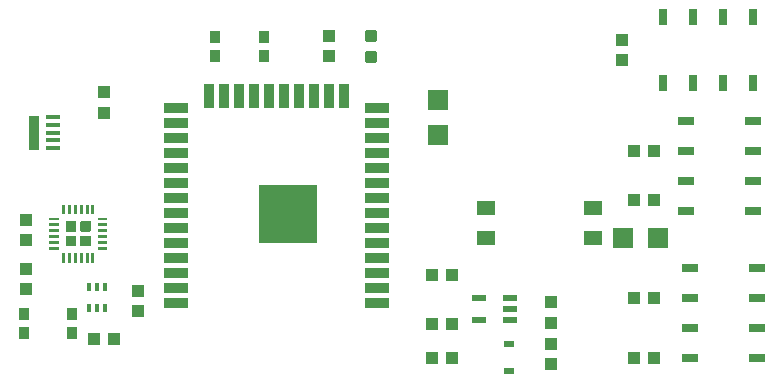
<source format=gbr>
G04 EAGLE Gerber RS-274X export*
G75*
%MOMM*%
%FSLAX34Y34*%
%LPD*%
%INSolderpaste Top*%
%IPPOS*%
%AMOC8*
5,1,8,0,0,1.08239X$1,22.5*%
G01*
%ADD10R,1.100000X1.000000*%
%ADD11R,1.000000X1.100000*%
%ADD12R,0.830000X0.630000*%
%ADD13C,0.300000*%
%ADD14R,2.000000X0.900000*%
%ADD15R,0.900000X2.000000*%
%ADD16R,5.000000X5.000000*%
%ADD17R,1.150000X0.400000*%
%ADD18R,0.900000X3.000000*%
%ADD19R,0.300000X0.660000*%
%ADD20R,1.800000X1.800000*%
%ADD21R,0.900000X1.000000*%
%ADD22R,1.500000X1.300000*%
%ADD23R,1.200000X0.550000*%
%ADD24R,1.350000X0.650000*%
%ADD25R,0.650000X1.350000*%

G36*
X76740Y138602D02*
X76740Y138602D01*
X76806Y138604D01*
X76849Y138622D01*
X76896Y138630D01*
X76953Y138664D01*
X77013Y138689D01*
X77048Y138720D01*
X77089Y138745D01*
X77131Y138796D01*
X77179Y138840D01*
X77201Y138882D01*
X77230Y138919D01*
X77251Y138981D01*
X77282Y139040D01*
X77290Y139094D01*
X77302Y139131D01*
X77301Y139171D01*
X77309Y139225D01*
X77309Y146725D01*
X77298Y146790D01*
X77296Y146856D01*
X77278Y146899D01*
X77270Y146946D01*
X77236Y147003D01*
X77211Y147063D01*
X77180Y147098D01*
X77155Y147139D01*
X77104Y147181D01*
X77060Y147229D01*
X77018Y147251D01*
X76981Y147280D01*
X76919Y147301D01*
X76860Y147332D01*
X76806Y147340D01*
X76769Y147352D01*
X76729Y147351D01*
X76675Y147359D01*
X69175Y147359D01*
X69110Y147348D01*
X69044Y147346D01*
X69001Y147328D01*
X68954Y147320D01*
X68897Y147286D01*
X68837Y147261D01*
X68802Y147230D01*
X68761Y147205D01*
X68720Y147154D01*
X68671Y147110D01*
X68649Y147068D01*
X68620Y147031D01*
X68599Y146969D01*
X68568Y146910D01*
X68560Y146856D01*
X68548Y146819D01*
X68549Y146779D01*
X68541Y146725D01*
X68541Y139225D01*
X68552Y139160D01*
X68554Y139094D01*
X68572Y139051D01*
X68580Y139004D01*
X68614Y138947D01*
X68639Y138887D01*
X68670Y138852D01*
X68695Y138811D01*
X68746Y138770D01*
X68790Y138721D01*
X68832Y138699D01*
X68869Y138670D01*
X68931Y138649D01*
X68990Y138618D01*
X69044Y138610D01*
X69081Y138598D01*
X69121Y138599D01*
X69175Y138591D01*
X76675Y138591D01*
X76740Y138602D01*
G37*
G36*
X64240Y138602D02*
X64240Y138602D01*
X64306Y138604D01*
X64349Y138622D01*
X64396Y138630D01*
X64453Y138664D01*
X64513Y138689D01*
X64548Y138720D01*
X64589Y138745D01*
X64631Y138796D01*
X64679Y138840D01*
X64701Y138882D01*
X64730Y138919D01*
X64751Y138981D01*
X64782Y139040D01*
X64790Y139094D01*
X64802Y139131D01*
X64801Y139171D01*
X64809Y139225D01*
X64809Y146725D01*
X64798Y146790D01*
X64796Y146856D01*
X64778Y146899D01*
X64770Y146946D01*
X64736Y147003D01*
X64711Y147063D01*
X64680Y147098D01*
X64655Y147139D01*
X64604Y147181D01*
X64560Y147229D01*
X64518Y147251D01*
X64481Y147280D01*
X64419Y147301D01*
X64360Y147332D01*
X64306Y147340D01*
X64269Y147352D01*
X64229Y147351D01*
X64175Y147359D01*
X56675Y147359D01*
X56610Y147348D01*
X56544Y147346D01*
X56501Y147328D01*
X56454Y147320D01*
X56397Y147286D01*
X56337Y147261D01*
X56302Y147230D01*
X56261Y147205D01*
X56220Y147154D01*
X56171Y147110D01*
X56149Y147068D01*
X56120Y147031D01*
X56099Y146969D01*
X56068Y146910D01*
X56060Y146856D01*
X56048Y146819D01*
X56049Y146779D01*
X56041Y146725D01*
X56041Y139225D01*
X56052Y139160D01*
X56054Y139094D01*
X56072Y139051D01*
X56080Y139004D01*
X56114Y138947D01*
X56139Y138887D01*
X56170Y138852D01*
X56195Y138811D01*
X56246Y138770D01*
X56290Y138721D01*
X56332Y138699D01*
X56369Y138670D01*
X56431Y138649D01*
X56490Y138618D01*
X56544Y138610D01*
X56581Y138598D01*
X56621Y138599D01*
X56675Y138591D01*
X64175Y138591D01*
X64240Y138602D01*
G37*
G36*
X64240Y151102D02*
X64240Y151102D01*
X64306Y151104D01*
X64349Y151122D01*
X64396Y151130D01*
X64453Y151164D01*
X64513Y151189D01*
X64548Y151220D01*
X64589Y151245D01*
X64631Y151296D01*
X64679Y151340D01*
X64701Y151382D01*
X64730Y151419D01*
X64751Y151481D01*
X64782Y151540D01*
X64790Y151594D01*
X64802Y151631D01*
X64801Y151671D01*
X64809Y151725D01*
X64809Y159225D01*
X64798Y159290D01*
X64796Y159356D01*
X64778Y159399D01*
X64770Y159446D01*
X64736Y159503D01*
X64711Y159563D01*
X64680Y159598D01*
X64655Y159639D01*
X64604Y159681D01*
X64560Y159729D01*
X64518Y159751D01*
X64481Y159780D01*
X64419Y159801D01*
X64360Y159832D01*
X64306Y159840D01*
X64269Y159852D01*
X64229Y159851D01*
X64175Y159859D01*
X56675Y159859D01*
X56610Y159848D01*
X56544Y159846D01*
X56501Y159828D01*
X56454Y159820D01*
X56397Y159786D01*
X56337Y159761D01*
X56302Y159730D01*
X56261Y159705D01*
X56220Y159654D01*
X56171Y159610D01*
X56149Y159568D01*
X56120Y159531D01*
X56099Y159469D01*
X56068Y159410D01*
X56060Y159356D01*
X56048Y159319D01*
X56049Y159279D01*
X56041Y159225D01*
X56041Y151725D01*
X56052Y151660D01*
X56054Y151594D01*
X56072Y151551D01*
X56080Y151504D01*
X56114Y151447D01*
X56139Y151387D01*
X56170Y151352D01*
X56195Y151311D01*
X56246Y151270D01*
X56290Y151221D01*
X56332Y151199D01*
X56369Y151170D01*
X56431Y151149D01*
X56490Y151118D01*
X56544Y151110D01*
X56581Y151098D01*
X56621Y151099D01*
X56675Y151091D01*
X64175Y151091D01*
X64240Y151102D01*
G37*
G36*
X76740Y151102D02*
X76740Y151102D01*
X76806Y151104D01*
X76849Y151122D01*
X76896Y151130D01*
X76953Y151164D01*
X77013Y151189D01*
X77048Y151220D01*
X77089Y151245D01*
X77131Y151296D01*
X77179Y151340D01*
X77201Y151382D01*
X77230Y151419D01*
X77251Y151481D01*
X77282Y151540D01*
X77290Y151594D01*
X77302Y151631D01*
X77301Y151671D01*
X77309Y151725D01*
X77309Y159225D01*
X77298Y159290D01*
X77296Y159356D01*
X77278Y159399D01*
X77270Y159446D01*
X77236Y159503D01*
X77211Y159563D01*
X77180Y159598D01*
X77155Y159639D01*
X77104Y159681D01*
X77060Y159729D01*
X77018Y159751D01*
X76981Y159780D01*
X76919Y159801D01*
X76860Y159832D01*
X76806Y159840D01*
X76769Y159852D01*
X76729Y159851D01*
X76675Y159859D01*
X69175Y159859D01*
X69110Y159848D01*
X69044Y159846D01*
X69001Y159828D01*
X68954Y159820D01*
X68897Y159786D01*
X68837Y159761D01*
X68802Y159730D01*
X68761Y159705D01*
X68720Y159654D01*
X68671Y159610D01*
X68649Y159568D01*
X68620Y159531D01*
X68599Y159469D01*
X68568Y159410D01*
X68560Y159356D01*
X68548Y159319D01*
X68549Y159279D01*
X68541Y159225D01*
X68541Y151725D01*
X68552Y151660D01*
X68554Y151594D01*
X68572Y151551D01*
X68580Y151504D01*
X68614Y151447D01*
X68639Y151387D01*
X68670Y151352D01*
X68695Y151311D01*
X68746Y151270D01*
X68790Y151221D01*
X68832Y151199D01*
X68869Y151170D01*
X68931Y151149D01*
X68990Y151118D01*
X69044Y151110D01*
X69081Y151098D01*
X69121Y151099D01*
X69175Y151091D01*
X76675Y151091D01*
X76740Y151102D01*
G37*
G36*
X55422Y165812D02*
X55422Y165812D01*
X55417Y165819D01*
X55424Y165825D01*
X55424Y173625D01*
X55388Y173672D01*
X55381Y173667D01*
X55375Y173674D01*
X52975Y173674D01*
X52928Y173638D01*
X52933Y173631D01*
X52926Y173625D01*
X52926Y165825D01*
X52962Y165778D01*
X52969Y165783D01*
X52975Y165776D01*
X55375Y165776D01*
X55422Y165812D01*
G37*
G36*
X65422Y165812D02*
X65422Y165812D01*
X65417Y165819D01*
X65424Y165825D01*
X65424Y173625D01*
X65388Y173672D01*
X65381Y173667D01*
X65375Y173674D01*
X62975Y173674D01*
X62928Y173638D01*
X62933Y173631D01*
X62926Y173625D01*
X62926Y165825D01*
X62962Y165778D01*
X62969Y165783D01*
X62975Y165776D01*
X65375Y165776D01*
X65422Y165812D01*
G37*
G36*
X91122Y160512D02*
X91122Y160512D01*
X91117Y160519D01*
X91124Y160525D01*
X91124Y162925D01*
X91088Y162972D01*
X91081Y162967D01*
X91075Y162974D01*
X83275Y162974D01*
X83228Y162938D01*
X83233Y162931D01*
X83226Y162925D01*
X83226Y160525D01*
X83262Y160478D01*
X83269Y160483D01*
X83275Y160476D01*
X91075Y160476D01*
X91122Y160512D01*
G37*
G36*
X50122Y160512D02*
X50122Y160512D01*
X50117Y160519D01*
X50124Y160525D01*
X50124Y162925D01*
X50088Y162972D01*
X50081Y162967D01*
X50075Y162974D01*
X42275Y162974D01*
X42228Y162938D01*
X42233Y162931D01*
X42226Y162925D01*
X42226Y160525D01*
X42262Y160478D01*
X42269Y160483D01*
X42275Y160476D01*
X50075Y160476D01*
X50122Y160512D01*
G37*
G36*
X80422Y165812D02*
X80422Y165812D01*
X80417Y165819D01*
X80424Y165825D01*
X80424Y173625D01*
X80388Y173672D01*
X80381Y173667D01*
X80375Y173674D01*
X77975Y173674D01*
X77928Y173638D01*
X77933Y173631D01*
X77926Y173625D01*
X77926Y165825D01*
X77962Y165778D01*
X77969Y165783D01*
X77975Y165776D01*
X80375Y165776D01*
X80422Y165812D01*
G37*
G36*
X70422Y165812D02*
X70422Y165812D01*
X70417Y165819D01*
X70424Y165825D01*
X70424Y173625D01*
X70388Y173672D01*
X70381Y173667D01*
X70375Y173674D01*
X67975Y173674D01*
X67928Y173638D01*
X67933Y173631D01*
X67926Y173625D01*
X67926Y165825D01*
X67962Y165778D01*
X67969Y165783D01*
X67975Y165776D01*
X70375Y165776D01*
X70422Y165812D01*
G37*
G36*
X91122Y155512D02*
X91122Y155512D01*
X91117Y155519D01*
X91124Y155525D01*
X91124Y157925D01*
X91088Y157972D01*
X91081Y157967D01*
X91075Y157974D01*
X83275Y157974D01*
X83228Y157938D01*
X83233Y157931D01*
X83226Y157925D01*
X83226Y155525D01*
X83262Y155478D01*
X83269Y155483D01*
X83275Y155476D01*
X91075Y155476D01*
X91122Y155512D01*
G37*
G36*
X50122Y155512D02*
X50122Y155512D01*
X50117Y155519D01*
X50124Y155525D01*
X50124Y157925D01*
X50088Y157972D01*
X50081Y157967D01*
X50075Y157974D01*
X42275Y157974D01*
X42228Y157938D01*
X42233Y157931D01*
X42226Y157925D01*
X42226Y155525D01*
X42262Y155478D01*
X42269Y155483D01*
X42275Y155476D01*
X50075Y155476D01*
X50122Y155512D01*
G37*
G36*
X91122Y150512D02*
X91122Y150512D01*
X91117Y150519D01*
X91124Y150525D01*
X91124Y152925D01*
X91088Y152972D01*
X91081Y152967D01*
X91075Y152974D01*
X83275Y152974D01*
X83228Y152938D01*
X83233Y152931D01*
X83226Y152925D01*
X83226Y150525D01*
X83262Y150478D01*
X83269Y150483D01*
X83275Y150476D01*
X91075Y150476D01*
X91122Y150512D01*
G37*
G36*
X50122Y150512D02*
X50122Y150512D01*
X50117Y150519D01*
X50124Y150525D01*
X50124Y152925D01*
X50088Y152972D01*
X50081Y152967D01*
X50075Y152974D01*
X42275Y152974D01*
X42228Y152938D01*
X42233Y152931D01*
X42226Y152925D01*
X42226Y150525D01*
X42262Y150478D01*
X42269Y150483D01*
X42275Y150476D01*
X50075Y150476D01*
X50122Y150512D01*
G37*
G36*
X91122Y145512D02*
X91122Y145512D01*
X91117Y145519D01*
X91124Y145525D01*
X91124Y147925D01*
X91088Y147972D01*
X91081Y147967D01*
X91075Y147974D01*
X83275Y147974D01*
X83228Y147938D01*
X83233Y147931D01*
X83226Y147925D01*
X83226Y145525D01*
X83262Y145478D01*
X83269Y145483D01*
X83275Y145476D01*
X91075Y145476D01*
X91122Y145512D01*
G37*
G36*
X50122Y145512D02*
X50122Y145512D01*
X50117Y145519D01*
X50124Y145525D01*
X50124Y147925D01*
X50088Y147972D01*
X50081Y147967D01*
X50075Y147974D01*
X42275Y147974D01*
X42228Y147938D01*
X42233Y147931D01*
X42226Y147925D01*
X42226Y145525D01*
X42262Y145478D01*
X42269Y145483D01*
X42275Y145476D01*
X50075Y145476D01*
X50122Y145512D01*
G37*
G36*
X75422Y165812D02*
X75422Y165812D01*
X75417Y165819D01*
X75424Y165825D01*
X75424Y173625D01*
X75388Y173672D01*
X75381Y173667D01*
X75375Y173674D01*
X72975Y173674D01*
X72928Y173638D01*
X72933Y173631D01*
X72926Y173625D01*
X72926Y165825D01*
X72962Y165778D01*
X72969Y165783D01*
X72975Y165776D01*
X75375Y165776D01*
X75422Y165812D01*
G37*
G36*
X60422Y165812D02*
X60422Y165812D01*
X60417Y165819D01*
X60424Y165825D01*
X60424Y173625D01*
X60388Y173672D01*
X60381Y173667D01*
X60375Y173674D01*
X57975Y173674D01*
X57928Y173638D01*
X57933Y173631D01*
X57926Y173625D01*
X57926Y165825D01*
X57962Y165778D01*
X57969Y165783D01*
X57975Y165776D01*
X60375Y165776D01*
X60422Y165812D01*
G37*
G36*
X91122Y140512D02*
X91122Y140512D01*
X91117Y140519D01*
X91124Y140525D01*
X91124Y142925D01*
X91088Y142972D01*
X91081Y142967D01*
X91075Y142974D01*
X83275Y142974D01*
X83228Y142938D01*
X83233Y142931D01*
X83226Y142925D01*
X83226Y140525D01*
X83262Y140478D01*
X83269Y140483D01*
X83275Y140476D01*
X91075Y140476D01*
X91122Y140512D01*
G37*
G36*
X50122Y140512D02*
X50122Y140512D01*
X50117Y140519D01*
X50124Y140525D01*
X50124Y142925D01*
X50088Y142972D01*
X50081Y142967D01*
X50075Y142974D01*
X42275Y142974D01*
X42228Y142938D01*
X42233Y142931D01*
X42226Y142925D01*
X42226Y140525D01*
X42262Y140478D01*
X42269Y140483D01*
X42275Y140476D01*
X50075Y140476D01*
X50122Y140512D01*
G37*
G36*
X50122Y135512D02*
X50122Y135512D01*
X50117Y135519D01*
X50124Y135525D01*
X50124Y137925D01*
X50088Y137972D01*
X50081Y137967D01*
X50075Y137974D01*
X42275Y137974D01*
X42228Y137938D01*
X42233Y137931D01*
X42226Y137925D01*
X42226Y135525D01*
X42262Y135478D01*
X42269Y135483D01*
X42275Y135476D01*
X50075Y135476D01*
X50122Y135512D01*
G37*
G36*
X91122Y135512D02*
X91122Y135512D01*
X91117Y135519D01*
X91124Y135525D01*
X91124Y137925D01*
X91088Y137972D01*
X91081Y137967D01*
X91075Y137974D01*
X83275Y137974D01*
X83228Y137938D01*
X83233Y137931D01*
X83226Y137925D01*
X83226Y135525D01*
X83262Y135478D01*
X83269Y135483D01*
X83275Y135476D01*
X91075Y135476D01*
X91122Y135512D01*
G37*
G36*
X70422Y124812D02*
X70422Y124812D01*
X70417Y124819D01*
X70424Y124825D01*
X70424Y132625D01*
X70388Y132672D01*
X70381Y132667D01*
X70375Y132674D01*
X67975Y132674D01*
X67928Y132638D01*
X67933Y132631D01*
X67926Y132625D01*
X67926Y124825D01*
X67962Y124778D01*
X67969Y124783D01*
X67975Y124776D01*
X70375Y124776D01*
X70422Y124812D01*
G37*
G36*
X75422Y124812D02*
X75422Y124812D01*
X75417Y124819D01*
X75424Y124825D01*
X75424Y132625D01*
X75388Y132672D01*
X75381Y132667D01*
X75375Y132674D01*
X72975Y132674D01*
X72928Y132638D01*
X72933Y132631D01*
X72926Y132625D01*
X72926Y124825D01*
X72962Y124778D01*
X72969Y124783D01*
X72975Y124776D01*
X75375Y124776D01*
X75422Y124812D01*
G37*
G36*
X80422Y124812D02*
X80422Y124812D01*
X80417Y124819D01*
X80424Y124825D01*
X80424Y132625D01*
X80388Y132672D01*
X80381Y132667D01*
X80375Y132674D01*
X77975Y132674D01*
X77928Y132638D01*
X77933Y132631D01*
X77926Y132625D01*
X77926Y124825D01*
X77962Y124778D01*
X77969Y124783D01*
X77975Y124776D01*
X80375Y124776D01*
X80422Y124812D01*
G37*
G36*
X55422Y124812D02*
X55422Y124812D01*
X55417Y124819D01*
X55424Y124825D01*
X55424Y132625D01*
X55388Y132672D01*
X55381Y132667D01*
X55375Y132674D01*
X52975Y132674D01*
X52928Y132638D01*
X52933Y132631D01*
X52926Y132625D01*
X52926Y124825D01*
X52962Y124778D01*
X52969Y124783D01*
X52975Y124776D01*
X55375Y124776D01*
X55422Y124812D01*
G37*
G36*
X60422Y124812D02*
X60422Y124812D01*
X60417Y124819D01*
X60424Y124825D01*
X60424Y132625D01*
X60388Y132672D01*
X60381Y132667D01*
X60375Y132674D01*
X57975Y132674D01*
X57928Y132638D01*
X57933Y132631D01*
X57926Y132625D01*
X57926Y124825D01*
X57962Y124778D01*
X57969Y124783D01*
X57975Y124776D01*
X60375Y124776D01*
X60422Y124812D01*
G37*
G36*
X65422Y124812D02*
X65422Y124812D01*
X65417Y124819D01*
X65424Y124825D01*
X65424Y132625D01*
X65388Y132672D01*
X65381Y132667D01*
X65375Y132674D01*
X62975Y132674D01*
X62928Y132638D01*
X62933Y132631D01*
X62926Y132625D01*
X62926Y124825D01*
X62962Y124778D01*
X62969Y124783D01*
X62975Y124776D01*
X65375Y124776D01*
X65422Y124812D01*
G37*
D10*
X383150Y44450D03*
X366150Y44450D03*
X383150Y73025D03*
X366150Y73025D03*
D11*
X466725Y56125D03*
X466725Y39125D03*
D12*
X431800Y55950D03*
X431800Y32950D03*
D13*
X317825Y302705D02*
X310825Y302705D01*
X317825Y302705D02*
X317825Y295705D01*
X310825Y295705D01*
X310825Y302705D01*
X310825Y298555D02*
X317825Y298555D01*
X317825Y301405D02*
X310825Y301405D01*
X310825Y320245D02*
X317825Y320245D01*
X317825Y313245D01*
X310825Y313245D01*
X310825Y320245D01*
X310825Y316095D02*
X317825Y316095D01*
X317825Y318945D02*
X310825Y318945D01*
D14*
X319625Y90950D03*
X319625Y103650D03*
X319625Y116350D03*
X319625Y129050D03*
X319625Y141750D03*
X319625Y154450D03*
X319625Y167150D03*
X319625Y179850D03*
X319625Y192550D03*
X319625Y205250D03*
X319625Y217950D03*
X319625Y230650D03*
X319625Y243350D03*
X319625Y256050D03*
D15*
X291775Y266050D03*
X279075Y266050D03*
X266375Y266050D03*
X253675Y266050D03*
X240975Y266050D03*
X228275Y266050D03*
X215575Y266050D03*
X202875Y266050D03*
X190175Y266050D03*
X177475Y266050D03*
D14*
X149625Y256050D03*
X149625Y243350D03*
X149625Y230650D03*
X149625Y217950D03*
X149625Y205250D03*
X149625Y192550D03*
X149625Y179850D03*
X149625Y167150D03*
X149625Y154450D03*
X149625Y141750D03*
X149625Y129050D03*
X149625Y116350D03*
X149625Y103650D03*
X149625Y90950D03*
D16*
X244625Y165950D03*
D17*
X45050Y234950D03*
X45050Y228450D03*
X45050Y241450D03*
X45050Y247950D03*
X45050Y221950D03*
D18*
X29300Y234950D03*
D19*
X76050Y86050D03*
X82550Y104450D03*
X89050Y104450D03*
X76050Y104450D03*
X82550Y86050D03*
X89050Y86050D03*
D11*
X22225Y143900D03*
X22225Y160900D03*
X117475Y100575D03*
X117475Y83575D03*
D10*
X80400Y60325D03*
X97400Y60325D03*
D11*
X22225Y102625D03*
X22225Y119625D03*
D10*
X383150Y114300D03*
X366150Y114300D03*
D11*
X279400Y299475D03*
X279400Y316475D03*
D20*
X527935Y146050D03*
X557915Y146050D03*
D11*
X88900Y268850D03*
X88900Y251850D03*
X466725Y74050D03*
X466725Y91050D03*
D21*
X61775Y81025D03*
X61775Y65025D03*
X20775Y65025D03*
X20775Y81025D03*
X223700Y315975D03*
X223700Y299975D03*
X182700Y299975D03*
X182700Y315975D03*
D22*
X502200Y146050D03*
X502200Y171450D03*
X412200Y171450D03*
X412200Y146050D03*
D23*
X432101Y76225D03*
X432101Y85725D03*
X432101Y95225D03*
X406099Y95225D03*
X406099Y76225D03*
D24*
X581350Y244475D03*
X581350Y219075D03*
X581350Y193675D03*
X581350Y168275D03*
X637850Y168275D03*
X637850Y193675D03*
X637850Y219075D03*
X637850Y244475D03*
D10*
X537600Y219075D03*
X554600Y219075D03*
X537600Y177800D03*
X554600Y177800D03*
D24*
X584525Y120650D03*
X584525Y95250D03*
X584525Y69850D03*
X584525Y44450D03*
X641025Y44450D03*
X641025Y69850D03*
X641025Y95250D03*
X641025Y120650D03*
D10*
X537600Y95250D03*
X554600Y95250D03*
X537600Y44450D03*
X554600Y44450D03*
D25*
X561975Y276550D03*
X587375Y276550D03*
X612775Y276550D03*
X638175Y276550D03*
X638175Y333050D03*
X612775Y333050D03*
X587375Y333050D03*
X561975Y333050D03*
D11*
X527050Y296300D03*
X527050Y313300D03*
D20*
X371475Y232660D03*
X371475Y262640D03*
M02*

</source>
